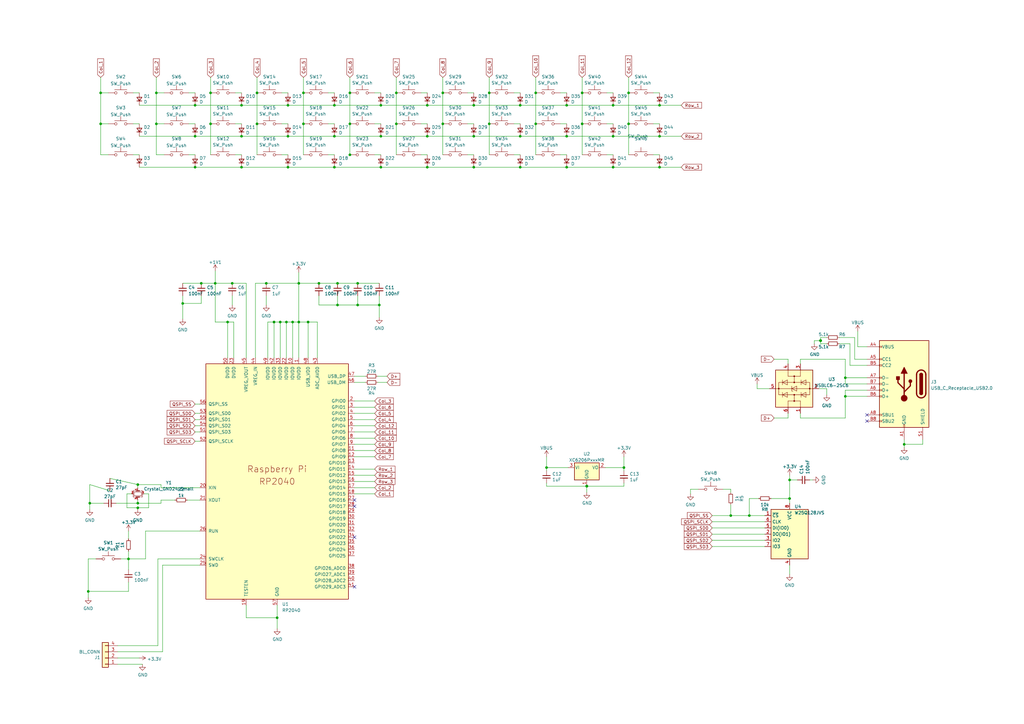
<source format=kicad_sch>
(kicad_sch (version 20230121) (generator eeschema)
  (paper "A3")
  (junction (at 105.41 38.1))
  (junction (at 109.22 116.205))
  (junction (at 346.71 154.94))
  (junction (at 86.36 38.1))
  (junction (at 86.36 50.8))
  (junction (at 155.575 125.095))
  (junction (at 200.66 38.1))
  (junction (at 219.71 50.8))
  (junction (at 323.85 204.47))
  (junction (at 80.01 68.58))
  (junction (at 194.31 68.58))
  (junction (at 99.06 55.88))
  (junction (at 113.665 253.365))
  (junction (at 93.345 132.08))
  (junction (at 112.395 132.08))
  (junction (at 137.16 43.18))
  (junction (at 117.475 132.08))
  (junction (at 162.56 38.1))
  (junction (at 80.01 43.18))
  (junction (at 118.11 43.18))
  (junction (at 251.46 43.18))
  (junction (at 162.56 50.8))
  (junction (at 232.41 68.58))
  (junction (at 194.31 43.18))
  (junction (at 213.36 68.58))
  (junction (at 175.26 68.58))
  (junction (at 181.61 38.1))
  (junction (at 114.935 132.08))
  (junction (at 224.155 191.77))
  (junction (at 213.36 43.18))
  (junction (at 118.11 55.88))
  (junction (at 138.43 116.205))
  (junction (at 194.31 55.88))
  (junction (at 146.685 116.205))
  (junction (at 122.555 116.205))
  (junction (at 143.51 50.8))
  (junction (at 270.51 55.88))
  (junction (at 137.16 55.88))
  (junction (at 240.665 199.39) (diameter 1.016))
  (junction (at 124.46 38.1))
  (junction (at 232.41 43.18))
  (junction (at 95.25 116.205))
  (junction (at 251.46 55.88))
  (junction (at 36.83 206.375))
  (junction (at 36.195 242.57))
  (junction (at 270.51 43.18))
  (junction (at 270.51 68.58))
  (junction (at 181.61 50.8))
  (junction (at 56.515 198.755))
  (junction (at 213.36 55.88))
  (junction (at 370.84 182.245))
  (junction (at 80.01 55.88))
  (junction (at 257.81 38.1))
  (junction (at 120.015 132.08))
  (junction (at 336.55 139.7) (diameter 1.016))
  (junction (at 41.275 38.1))
  (junction (at 105.41 50.8))
  (junction (at 56.515 208.28))
  (junction (at 219.71 38.1))
  (junction (at 126.365 132.08))
  (junction (at 346.71 162.56))
  (junction (at 74.93 124.46))
  (junction (at 41.275 50.8))
  (junction (at 175.26 55.88))
  (junction (at 82.55 116.205))
  (junction (at 232.41 55.88))
  (junction (at 255.905 191.77))
  (junction (at 56.515 206.375))
  (junction (at 257.81 50.8))
  (junction (at 238.76 38.1))
  (junction (at 130.81 116.205))
  (junction (at 251.46 68.58))
  (junction (at 200.66 50.8))
  (junction (at 299.72 211.455))
  (junction (at 88.265 116.205))
  (junction (at 64.135 50.8))
  (junction (at 156.21 68.58))
  (junction (at 238.76 50.8))
  (junction (at 122.555 132.08))
  (junction (at 118.11 68.58))
  (junction (at 64.135 38.1))
  (junction (at 138.43 125.095))
  (junction (at 143.51 63.5))
  (junction (at 156.21 55.88))
  (junction (at 99.06 68.58))
  (junction (at 307.34 211.455))
  (junction (at 175.26 43.18))
  (junction (at 52.705 229.235))
  (junction (at 323.85 196.85))
  (junction (at 156.21 43.18))
  (junction (at 99.06 43.18))
  (junction (at 146.685 125.095))
  (junction (at 143.51 38.1))
  (junction (at 137.16 68.58))
  (junction (at 124.46 50.8))
  (no_connect (at 145.415 240.665))
  (no_connect (at 145.415 207.645))
  (no_connect (at 145.415 220.345))
  (no_connect (at 145.415 205.105))
  (no_connect (at 355.6 170.18))
  (no_connect (at 355.6 172.72))
  (wire (pts (xy 200.66 38.1) (xy 200.66 50.8)))
  (wire (pts (xy 130.81 116.205) (xy 138.43 116.205)))
  (wire (pts (xy 194.31 68.58) (xy 213.36 68.58)))
  (wire (pts (xy 355.6 149.86) (xy 348.615 149.86)))
  (wire (pts (xy 323.85 194.945) (xy 323.85 196.85)))
  (wire (pts (xy 283.21 200.66) (xy 286.385 200.66)))
  (wire (pts (xy 146.685 116.205) (xy 155.575 116.205)))
  (wire (pts (xy 56.515 208.28) (xy 60.96 208.28)))
  (wire (pts (xy 95.885 146.685) (xy 95.885 132.08)))
  (wire (pts (xy 143.51 50.8) (xy 143.51 63.5)))
  (wire (pts (xy 194.31 43.18) (xy 213.36 43.18)))
  (wire (pts (xy 36.195 245.11) (xy 36.195 242.57)))
  (wire (pts (xy 210.82 38.1) (xy 213.36 38.1)))
  (wire (pts (xy 76.835 205.105) (xy 81.915 205.105)))
  (wire (pts (xy 81.915 231.775) (xy 66.675 231.775)))
  (wire (pts (xy 200.66 50.8) (xy 200.66 63.5)))
  (wire (pts (xy 48.26 272.415) (xy 58.42 272.415)))
  (wire (pts (xy 238.76 31.75) (xy 238.76 38.1)))
  (wire (pts (xy 138.43 125.095) (xy 146.685 125.095)))
  (wire (pts (xy 60.96 202.565) (xy 59.055 202.565)))
  (wire (pts (xy 283.21 202.565) (xy 283.21 200.66)))
  (wire (pts (xy 88.265 132.08) (xy 93.345 132.08)))
  (wire (pts (xy 175.26 68.58) (xy 194.31 68.58)))
  (wire (pts (xy 82.55 124.46) (xy 74.93 124.46)))
  (wire (pts (xy 122.555 132.08) (xy 126.365 132.08)))
  (wire (pts (xy 229.87 38.1) (xy 232.41 38.1)))
  (wire (pts (xy 299.72 211.455) (xy 307.34 211.455)))
  (wire (pts (xy 109.22 116.205) (xy 122.555 116.205)))
  (wire (pts (xy 232.41 55.88) (xy 251.46 55.88)))
  (wire (pts (xy 248.92 63.5) (xy 251.46 63.5)))
  (wire (pts (xy 181.61 31.75) (xy 181.61 38.1)))
  (wire (pts (xy 153.67 174.625) (xy 145.415 174.625)))
  (wire (pts (xy 346.71 162.56) (xy 346.71 171.45)))
  (wire (pts (xy 181.61 50.8) (xy 181.61 63.5)))
  (wire (pts (xy 313.69 216.535) (xy 292.1 216.535)))
  (wire (pts (xy 48.26 267.335) (xy 66.675 267.335)))
  (wire (pts (xy 115.57 38.1) (xy 118.11 38.1)))
  (wire (pts (xy 120.015 132.08) (xy 120.015 146.685)))
  (wire (pts (xy 104.775 116.205) (xy 109.22 116.205)))
  (wire (pts (xy 267.97 38.1) (xy 270.51 38.1)))
  (wire (pts (xy 88.265 116.205) (xy 95.25 116.205)))
  (wire (pts (xy 112.395 132.08) (xy 112.395 146.685)))
  (wire (pts (xy 270.51 68.58) (xy 279.4 68.58)))
  (wire (pts (xy 172.72 63.5) (xy 175.26 63.5)))
  (wire (pts (xy 88.265 111.125) (xy 88.265 116.205)))
  (wire (pts (xy 122.555 116.205) (xy 130.81 116.205)))
  (wire (pts (xy 323.215 169.545) (xy 323.215 171.45)))
  (wire (pts (xy 64.77 229.235) (xy 81.915 229.235)))
  (wire (pts (xy 56.515 206.375) (xy 66.04 206.375)))
  (wire (pts (xy 213.36 43.18) (xy 232.41 43.18)))
  (wire (pts (xy 120.015 132.08) (xy 122.555 132.08)))
  (wire (pts (xy 153.67 50.8) (xy 156.21 50.8)))
  (wire (pts (xy 112.395 132.08) (xy 114.935 132.08)))
  (wire (pts (xy 80.01 68.58) (xy 99.06 68.58)))
  (wire (pts (xy 378.46 180.34) (xy 378.46 182.245)))
  (wire (pts (xy 153.67 177.165) (xy 145.415 177.165)))
  (wire (pts (xy 355.6 154.94) (xy 346.71 154.94)))
  (wire (pts (xy 191.77 38.1) (xy 194.31 38.1)))
  (wire (pts (xy 113.665 257.81) (xy 113.665 253.365)))
  (wire (pts (xy 153.67 167.005) (xy 145.415 167.005)))
  (wire (pts (xy 232.41 43.18) (xy 251.46 43.18)))
  (wire (pts (xy 255.905 187.325) (xy 255.905 191.77)))
  (wire (pts (xy 126.365 132.08) (xy 130.175 132.08)))
  (wire (pts (xy 348.615 149.86) (xy 348.615 140.97)))
  (wire (pts (xy 49.53 229.235) (xy 52.705 229.235)))
  (wire (pts (xy 52.705 238.76) (xy 52.705 242.57)))
  (wire (pts (xy 80.01 55.88) (xy 99.06 55.88)))
  (wire (pts (xy 57.15 55.88) (xy 80.01 55.88)))
  (wire (pts (xy 109.855 146.685) (xy 109.855 132.08)))
  (wire (pts (xy 137.16 55.88) (xy 156.21 55.88)))
  (wire (pts (xy 52.07 208.28) (xy 56.515 208.28)))
  (wire (pts (xy 60.96 208.28) (xy 60.96 202.565)))
  (wire (pts (xy 114.935 132.08) (xy 114.935 146.685)))
  (wire (pts (xy 80.01 169.545) (xy 81.915 169.545)))
  (wire (pts (xy 346.71 160.02) (xy 355.6 160.02)))
  (wire (pts (xy 175.26 55.88) (xy 194.31 55.88)))
  (wire (pts (xy 355.6 142.24) (xy 351.79 142.24)))
  (wire (pts (xy 113.665 253.365) (xy 113.665 248.285)))
  (wire (pts (xy 172.72 38.1) (xy 175.26 38.1)))
  (wire (pts (xy 36.83 206.375) (xy 36.83 208.915)))
  (wire (pts (xy 100.965 248.285) (xy 100.965 253.365)))
  (wire (pts (xy 323.215 149.225) (xy 323.215 147.32)))
  (wire (pts (xy 126.365 132.08) (xy 126.365 146.685)))
  (wire (pts (xy 117.475 132.08) (xy 120.015 132.08)))
  (wire (pts (xy 100.965 253.365) (xy 113.665 253.365)))
  (wire (pts (xy 219.71 38.1) (xy 219.71 50.8)))
  (wire (pts (xy 115.57 63.5) (xy 118.11 63.5)))
  (wire (pts (xy 155.575 125.095) (xy 155.575 130.175)))
  (wire (pts (xy 96.52 38.1) (xy 99.06 38.1)))
  (wire (pts (xy 86.36 50.8) (xy 86.36 63.5)))
  (wire (pts (xy 153.67 164.465) (xy 145.415 164.465)))
  (wire (pts (xy 74.93 121.285) (xy 74.93 124.46)))
  (wire (pts (xy 99.06 68.58) (xy 118.11 68.58)))
  (wire (pts (xy 64.135 31.75) (xy 64.135 38.1)))
  (wire (pts (xy 292.1 211.455) (xy 299.72 211.455)))
  (wire (pts (xy 355.6 162.56) (xy 346.71 162.56)))
  (wire (pts (xy 335.915 159.385) (xy 339.09 159.385)))
  (wire (pts (xy 93.345 146.685) (xy 93.345 132.08)))
  (wire (pts (xy 162.56 31.75) (xy 162.56 38.1)))
  (wire (pts (xy 153.67 202.565) (xy 145.415 202.565)))
  (wire (pts (xy 130.175 132.08) (xy 130.175 146.685)))
  (wire (pts (xy 95.25 116.205) (xy 100.965 116.205)))
  (wire (pts (xy 153.67 187.325) (xy 145.415 187.325)))
  (wire (pts (xy 77.47 38.1) (xy 80.01 38.1)))
  (wire (pts (xy 378.46 182.245) (xy 370.84 182.245)))
  (wire (pts (xy 350.52 147.32) (xy 355.6 147.32)))
  (wire (pts (xy 105.41 38.1) (xy 105.41 50.8)))
  (wire (pts (xy 162.56 50.8) (xy 162.56 63.5)))
  (wire (pts (xy 153.67 182.245) (xy 145.415 182.245)))
  (wire (pts (xy 313.69 219.075) (xy 292.1 219.075)))
  (wire (pts (xy 307.34 204.47) (xy 311.15 204.47)))
  (wire (pts (xy 86.36 38.1) (xy 86.36 50.8)))
  (wire (pts (xy 149.86 156.845) (xy 145.415 156.845)))
  (wire (pts (xy 52.705 226.06) (xy 52.705 229.235)))
  (wire (pts (xy 130.81 125.095) (xy 130.81 121.285)))
  (wire (pts (xy 96.52 63.5) (xy 99.06 63.5)))
  (wire (pts (xy 158.75 154.305) (xy 154.94 154.305)))
  (wire (pts (xy 313.69 221.615) (xy 292.1 221.615)))
  (wire (pts (xy 54.61 38.1) (xy 57.15 38.1)))
  (wire (pts (xy 74.93 116.205) (xy 82.55 116.205)))
  (wire (pts (xy 118.11 43.18) (xy 137.16 43.18)))
  (wire (pts (xy 80.01 43.18) (xy 99.06 43.18)))
  (wire (pts (xy 48.26 264.795) (xy 64.77 264.795)))
  (wire (pts (xy 248.285 191.77) (xy 255.905 191.77)))
  (wire (pts (xy 229.87 50.8) (xy 232.41 50.8)))
  (wire (pts (xy 82.55 116.205) (xy 88.265 116.205)))
  (wire (pts (xy 153.67 197.485) (xy 145.415 197.485)))
  (wire (pts (xy 53.975 202.565) (xy 52.07 202.565)))
  (wire (pts (xy 137.16 68.58) (xy 156.21 68.58)))
  (wire (pts (xy 232.41 68.58) (xy 251.46 68.58)))
  (wire (pts (xy 313.69 224.155) (xy 292.1 224.155)))
  (wire (pts (xy 64.135 50.8) (xy 67.31 50.8)))
  (wire (pts (xy 124.46 50.8) (xy 124.46 63.5)))
  (wire (pts (xy 213.36 55.88) (xy 232.41 55.88)))
  (wire (pts (xy 328.295 147.32) (xy 328.295 149.225)))
  (wire (pts (xy 99.06 43.18) (xy 118.11 43.18)))
  (wire (pts (xy 36.83 198.755) (xy 36.83 206.375)))
  (wire (pts (xy 238.76 50.8) (xy 238.76 63.5)))
  (wire (pts (xy 153.67 38.1) (xy 156.21 38.1)))
  (wire (pts (xy 134.62 50.8) (xy 137.16 50.8)))
  (wire (pts (xy 328.295 171.45) (xy 328.295 169.545)))
  (wire (pts (xy 115.57 50.8) (xy 118.11 50.8)))
  (wire (pts (xy 64.135 38.1) (xy 64.135 50.8)))
  (wire (pts (xy 134.62 38.1) (xy 137.16 38.1)))
  (wire (pts (xy 122.555 132.08) (xy 122.555 146.685)))
  (wire (pts (xy 213.36 68.58) (xy 232.41 68.58)))
  (wire (pts (xy 292.1 213.995) (xy 313.69 213.995)))
  (wire (pts (xy 138.43 116.205) (xy 146.685 116.205)))
  (wire (pts (xy 224.155 191.77) (xy 233.045 191.77)))
  (wire (pts (xy 270.51 43.18) (xy 279.4 43.18)))
  (wire (pts (xy 95.25 121.285) (xy 95.25 125.095)))
  (wire (pts (xy 143.51 31.75) (xy 143.51 38.1)))
  (wire (pts (xy 146.685 125.095) (xy 155.575 125.095)))
  (wire (pts (xy 36.195 229.235) (xy 39.37 229.235)))
  (wire (pts (xy 257.81 50.8) (xy 257.81 63.5)))
  (wire (pts (xy 307.34 211.455) (xy 313.69 211.455)))
  (wire (pts (xy 109.855 132.08) (xy 112.395 132.08)))
  (wire (pts (xy 145.415 184.785) (xy 153.67 184.785)))
  (wire (pts (xy 137.16 43.18) (xy 156.21 43.18)))
  (wire (pts (xy 350.52 138.43) (xy 350.52 147.32)))
  (wire (pts (xy 109.22 121.285) (xy 109.22 125.095)))
  (wire (pts (xy 36.195 242.57) (xy 52.705 242.57)))
  (wire (pts (xy 41.275 63.5) (xy 44.45 63.5)))
  (wire (pts (xy 336.55 139.7) (xy 334.01 139.7)))
  (wire (pts (xy 355.6 157.48) (xy 346.71 157.48)))
  (wire (pts (xy 80.01 172.085) (xy 81.915 172.085)))
  (wire (pts (xy 156.21 43.18) (xy 175.26 43.18)))
  (wire (pts (xy 105.41 31.75) (xy 105.41 38.1)))
  (wire (pts (xy 307.34 204.47) (xy 307.34 211.455)))
  (wire (pts (xy 299.72 207.01) (xy 299.72 211.455)))
  (wire (pts (xy 255.905 193.04) (xy 255.905 191.77)))
  (wire (pts (xy 351.79 135.89) (xy 351.79 142.24)))
  (wire (pts (xy 255.905 199.39) (xy 240.665 199.39)))
  (wire (pts (xy 77.47 50.8) (xy 80.01 50.8)))
  (wire (pts (xy 255.905 198.12) (xy 255.905 199.39)))
  (wire (pts (xy 153.67 192.405) (xy 145.415 192.405)))
  (wire (pts (xy 54.61 50.8) (xy 57.15 50.8)))
  (wire (pts (xy 229.87 63.5) (xy 232.41 63.5)))
  (wire (pts (xy 323.85 235.585) (xy 323.85 231.775)))
  (wire (pts (xy 80.01 177.165) (xy 81.915 177.165)))
  (wire (pts (xy 162.56 38.1) (xy 162.56 50.8)))
  (wire (pts (xy 47.625 206.375) (xy 56.515 206.375)))
  (wire (pts (xy 175.26 43.18) (xy 194.31 43.18)))
  (wire (pts (xy 48.26 269.875) (xy 57.15 269.875)))
  (wire (pts (xy 80.01 180.975) (xy 81.915 180.975)))
  (wire (pts (xy 346.71 162.56) (xy 346.71 160.02)))
  (wire (pts (xy 153.67 63.5) (xy 156.21 63.5)))
  (wire (pts (xy 153.67 194.945) (xy 145.415 194.945)))
  (wire (pts (xy 346.71 147.32) (xy 328.295 147.32)))
  (wire (pts (xy 346.71 157.48) (xy 346.71 154.94)))
  (wire (pts (xy 251.46 43.18) (xy 270.51 43.18)))
  (wire (pts (xy 346.71 154.94) (xy 346.71 147.32)))
  (wire (pts (xy 143.51 38.1) (xy 143.51 50.8)))
  (wire (pts (xy 224.155 187.325) (xy 224.155 191.77)))
  (wire (pts (xy 339.09 159.385) (xy 339.09 161.925)))
  (wire (pts (xy 240.665 201.93) (xy 240.665 199.39)))
  (wire (pts (xy 41.275 38.1) (xy 41.275 50.8)))
  (wire (pts (xy 59.69 229.235) (xy 52.705 229.235)))
  (wire (pts (xy 333.375 196.85) (xy 332.105 196.85)))
  (wire (pts (xy 66.675 231.775) (xy 66.675 267.335)))
  (wire (pts (xy 100.965 116.205) (xy 100.965 146.685)))
  (wire (pts (xy 96.52 50.8) (xy 99.06 50.8)))
  (wire (pts (xy 149.86 154.305) (xy 145.415 154.305)))
  (wire (pts (xy 130.81 125.095) (xy 138.43 125.095)))
  (wire (pts (xy 45.085 201.295) (xy 36.83 198.755)))
  (wire (pts (xy 336.55 138.43) (xy 336.55 139.7)))
  (wire (pts (xy 270.51 55.88) (xy 279.4 55.88)))
  (wire (pts (xy 191.77 50.8) (xy 194.31 50.8)))
  (wire (pts (xy 238.76 38.1) (xy 238.76 50.8)))
  (wire (pts (xy 210.82 50.8) (xy 213.36 50.8)))
  (wire (pts (xy 143.51 63.5) (xy 144.145 63.5)))
  (wire (pts (xy 323.85 204.47) (xy 323.85 206.375)))
  (wire (pts (xy 66.04 200.025) (xy 81.915 200.025)))
  (wire (pts (xy 118.11 68.58) (xy 137.16 68.58)))
  (wire (pts (xy 156.21 68.58) (xy 175.26 68.58)))
  (wire (pts (xy 41.275 31.75) (xy 41.275 38.1)))
  (wire (pts (xy 56.515 198.755) (xy 56.515 200.025)))
  (wire (pts (xy 64.135 63.5) (xy 67.31 63.5)))
  (wire (pts (xy 323.85 196.85) (xy 327.025 196.85)))
  (wire (pts (xy 181.61 38.1) (xy 181.61 50.8)))
  (wire (pts (xy 153.67 179.705) (xy 145.415 179.705)))
  (wire (pts (xy 155.575 125.095) (xy 155.575 121.285)))
  (wire (pts (xy 59.69 217.805) (xy 59.69 229.235)))
  (wire (pts (xy 80.01 165.735) (xy 81.915 165.735)))
  (wire (pts (xy 348.615 140.97) (xy 344.17 140.97)))
  (wire (pts (xy 64.77 264.795) (xy 64.77 229.235)))
  (wire (pts (xy 248.92 50.8) (xy 251.46 50.8)))
  (wire (pts (xy 224.155 198.12) (xy 224.155 199.39)))
  (wire (pts (xy 156.21 55.88) (xy 175.26 55.88)))
  (wire (pts (xy 210.82 63.5) (xy 213.36 63.5)))
  (wire (pts (xy 66.04 205.105) (xy 66.04 206.375)))
  (wire (pts (xy 57.15 68.58) (xy 80.01 68.58)))
  (wire (pts (xy 153.67 172.085) (xy 145.415 172.085)))
  (wire (pts (xy 257.81 31.75) (xy 257.81 38.1)))
  (wire (pts (xy 138.43 125.095) (xy 138.43 121.285)))
  (wire (pts (xy 315.595 159.385) (xy 310.515 159.385)))
  (wire (pts (xy 317.5 171.45) (xy 323.215 171.45)))
  (wire (pts (xy 134.62 63.5) (xy 137.16 63.5)))
  (wire (pts (xy 267.97 50.8) (xy 270.51 50.8)))
  (wire (pts (xy 52.705 217.805) (xy 52.705 220.98)))
  (wire (pts (xy 153.67 169.545) (xy 145.415 169.545)))
  (wire (pts (xy 104.775 116.205) (xy 104.775 146.685)))
  (wire (pts (xy 219.71 50.8) (xy 219.71 63.5)))
  (wire (pts (xy 77.47 63.5) (xy 80.01 63.5)))
  (wire (pts (xy 316.23 204.47) (xy 323.85 204.47)))
  (wire (pts (xy 56.515 205.105) (xy 56.515 206.375)))
  (wire (pts (xy 251.46 68.58) (xy 270.51 68.58)))
  (wire (pts (xy 346.71 171.45) (xy 328.295 171.45)))
  (wire (pts (xy 200.66 31.75) (xy 200.66 38.1)))
  (wire (pts (xy 257.81 38.1) (xy 257.81 50.8)))
  (wire (pts (xy 122.555 116.205) (xy 122.555 111.76)))
  (wire (pts (xy 57.15 43.18) (xy 80.01 43.18)))
  (wire (pts (xy 56.515 208.28) (xy 56.515 208.915)))
  (wire (pts (xy 370.84 183.515) (xy 370.84 182.245)))
  (wire (pts (xy 54.61 63.5) (xy 57.15 63.5)))
  (wire (pts (xy 41.275 50.8) (xy 44.45 50.8)))
  (wire (pts (xy 118.11 55.88) (xy 137.16 55.88)))
  (wire (pts (xy 317.5 147.32) (xy 323.215 147.32)))
  (wire (pts (xy 41.275 38.1) (xy 44.45 38.1)))
  (wire (pts (xy 153.67 200.025) (xy 145.415 200.025)))
  (wire (pts (xy 310.515 159.385) (xy 310.515 157.48)))
  (wire (pts (xy 99.06 55.88) (xy 118.11 55.88)))
  (wire (pts (xy 248.92 38.1) (xy 251.46 38.1)))
  (wire (pts (xy 74.93 124.46) (xy 74.93 130.81)))
  (wire (pts (xy 336.55 139.7) (xy 336.55 140.97)))
  (wire (pts (xy 105.41 50.8) (xy 105.41 63.5)))
  (wire (pts (xy 64.135 50.8) (xy 64.135 63.5)))
  (wire (pts (xy 36.195 242.57) (xy 36.195 229.235)))
  (wire (pts (xy 56.515 198.755) (xy 66.04 198.755)))
  (wire (pts (xy 344.17 138.43) (xy 350.52 138.43)))
  (wire (pts (xy 251.46 55.88) (xy 270.51 55.88)))
  (wire (pts (xy 334.01 139.7) (xy 334.01 140.97)))
  (wire (pts (xy 172.72 50.8) (xy 175.26 50.8)))
  (wire (pts (xy 93.345 132.08) (xy 95.885 132.08)))
  (wire (pts (xy 86.36 31.75) (xy 86.36 38.1)))
  (wire (pts (xy 191.77 63.5) (xy 194.31 63.5)))
  (wire (pts (xy 296.545 200.66) (xy 299.72 200.66)))
  (wire (pts (xy 124.46 38.1) (xy 124.46 50.8)))
  (wire (pts (xy 323.85 196.85) (xy 323.85 204.47)))
  (wire (pts (xy 82.55 121.285) (xy 82.55 124.46)))
  (wire (pts (xy 219.71 31.75) (xy 219.71 38.1)))
  (wire (pts (xy 339.09 138.43) (xy 336.55 138.43)))
  (wire (pts (xy 41.275 50.8) (xy 41.275 63.5)))
  (wire (pts (xy 36.83 206.375) (xy 42.545 206.375)))
  (wire (pts (xy 224.155 193.04) (xy 224.155 191.77)))
  (wire (pts (xy 52.705 229.235) (xy 52.705 233.68)))
  (wire (pts (xy 45.085 196.215) (xy 56.515 198.755)))
  (wire (pts (xy 80.01 174.625) (xy 81.915 174.625)))
  (wire (pts (xy 336.55 140.97) (xy 339.09 140.97)))
  (wire (pts (xy 299.72 201.93) (xy 299.72 200.66)))
  (wire (pts (xy 370.84 182.245) (xy 370.84 180.34)))
  (wire (pts (xy 88.265 116.205) (xy 88.265 132.08)))
  (wire (pts (xy 267.97 63.5) (xy 270.51 63.5)))
  (wire (pts (xy 124.46 31.75) (xy 124.46 38.1)))
  (wire (pts (xy 81.915 217.805) (xy 59.69 217.805)))
  (wire (pts (xy 194.31 55.88) (xy 213.36 55.88)))
  (wire (pts (xy 224.155 199.39) (xy 240.665 199.39)))
  (wire (pts (xy 52.07 202.565) (xy 52.07 208.28)))
  (wire (pts (xy 66.04 205.105) (xy 71.755 205.105)))
  (wire (pts (xy 117.475 132.08) (xy 117.475 146.685)))
  (wire (pts (xy 146.685 125.095) (xy 146.685 121.285)))
  (wire (pts (xy 158.75 156.845) (xy 154.94 156.845)))
  (wire (pts (xy 122.555 132.08) (xy 122.555 116.205)))
  (wire (pts (xy 64.135 38.1) (xy 67.31 38.1)))
  (wire (pts (xy 66.04 198.755) (xy 66.04 200.025)))
  (wire (pts (xy 114.935 132.08) (xy 117.475 132.08)))
  (global_label "Row_2" (shape input) (at 153.67 194.945 0) (property "Intersheetrefs" "${INTERSHEET_REFS}" (effects hide)))
  (global_label "Col_1" (shape input) (at 41.275 31.75 90) (property "Intersheetrefs" "${INTERSHEET_REFS}" (effects hide)))
  (global_label "QSPI_SD3" (shape input) (at 292.1 224.155 180) (property "Intersheetrefs" "${INTERSHEET_REFS}" (effects hide)))
  (global_label "Col_12" (shape input) (at 153.67 174.625 0) (property "Intersheetrefs" "${INTERSHEET_REFS}" (effects hide)))
  (global_label "D+" (shape input) (at 317.5 171.45 180) (property "Intersheetrefs" "${INTERSHEET_REFS}" (effects hide)))
  (global_label "Row_1" (shape input) (at 153.67 192.405 0) (property "Intersheetrefs" "${INTERSHEET_REFS}" (effects hide)))
  (global_label "Col_2" (shape input) (at 64.135 31.75 90) (property "Intersheetrefs" "${INTERSHEET_REFS}" (effects hide)))
  (global_label "Row_1" (shape input) (at 279.4 43.18 0) (property "Intersheetrefs" "${INTERSHEET_REFS}" (effects hide)))
  (global_label "QSPI_SD2" (shape input) (at 80.01 174.625 180) (property "Intersheetrefs" "${INTERSHEET_REFS}" (effects hide)))
  (global_label "Col_6" (shape input) (at 143.51 31.75 90) (property "Intersheetrefs" "${INTERSHEET_REFS}" (effects hide)))
  (global_label "Col_11" (shape input) (at 238.76 31.75 90) (property "Intersheetrefs" "${INTERSHEET_REFS}" (effects hide)))
  (global_label "Col_10" (shape input) (at 153.67 179.705 0) (property "Intersheetrefs" "${INTERSHEET_REFS}" (effects hide)))
  (global_label "Col_4" (shape input) (at 153.67 172.085 0) (property "Intersheetrefs" "${INTERSHEET_REFS}" (effects hide)))
  (global_label "Col_3" (shape input) (at 86.36 31.75 90) (property "Intersheetrefs" "${INTERSHEET_REFS}" (effects hide)))
  (global_label "QSPI_SCLK" (shape input) (at 80.01 180.975 180) (property "Intersheetrefs" "${INTERSHEET_REFS}" (effects hide)))
  (global_label "QSPI_SD0" (shape input) (at 292.1 216.535 180) (property "Intersheetrefs" "${INTERSHEET_REFS}" (effects hide)))
  (global_label "Col_7" (shape input) (at 153.67 187.325 0) (property "Intersheetrefs" "${INTERSHEET_REFS}" (effects hide)))
  (global_label "Col_5" (shape input) (at 124.46 31.75 90) (property "Intersheetrefs" "${INTERSHEET_REFS}" (effects hide)))
  (global_label "Row_3" (shape input) (at 153.67 197.485 0) (property "Intersheetrefs" "${INTERSHEET_REFS}" (effects hide)))
  (global_label "QSPI_SS" (shape input) (at 80.01 165.735 180) (property "Intersheetrefs" "${INTERSHEET_REFS}" (effects hide)))
  (global_label "D-" (shape input) (at 158.75 156.845 0) (property "Intersheetrefs" "${INTERSHEET_REFS}" (effects hide)))
  (global_label "Row_3" (shape input) (at 279.4 68.58 0) (property "Intersheetrefs" "${INTERSHEET_REFS}" (effects hide)))
  (global_label "D+" (shape input) (at 158.75 154.305 0) (property "Intersheetrefs" "${INTERSHEET_REFS}" (effects hide)))
  (global_label "Col_3" (shape input) (at 153.67 164.465 0) (property "Intersheetrefs" "${INTERSHEET_REFS}" (effects hide)))
  (global_label "Col_8" (shape input) (at 181.61 31.75 90) (property "Intersheetrefs" "${INTERSHEET_REFS}" (effects hide)))
  (global_label "Col_5" (shape input) (at 153.67 169.545 0) (property "Intersheetrefs" "${INTERSHEET_REFS}" (effects hide)))
  (global_label "QSPI_SS" (shape input) (at 292.1 211.455 180) (property "Intersheetrefs" "${INTERSHEET_REFS}" (effects hide)))
  (global_label "QSPI_SD1" (shape input) (at 80.01 172.085 180) (property "Intersheetrefs" "${INTERSHEET_REFS}" (effects hide)))
  (global_label "Col_10" (shape input) (at 219.71 31.75 90) (property "Intersheetrefs" "${INTERSHEET_REFS}" (effects hide)))
  (global_label "QSPI_SCLK" (shape input) (at 292.1 213.995 180) (property "Intersheetrefs" "${INTERSHEET_REFS}" (effects hide)))
  (global_label "Col_4" (shape input) (at 105.41 31.75 90) (property "Intersheetrefs" "${INTERSHEET_REFS}" (effects hide)))
  (global_label "Row_2" (shape input) (at 279.4 55.88 0) (property "Intersheetrefs" "${INTERSHEET_REFS}" (effects hide)))
  (global_label "Col_9" (shape input) (at 200.66 31.75 90) (property "Intersheetrefs" "${INTERSHEET_REFS}" (effects hide)))
  (global_label "Col_12" (shape input) (at 257.81 31.75 90) (property "Intersheetrefs" "${INTERSHEET_REFS}" (effects hide)))
  (global_label "Col_1" (shape input) (at 153.67 202.565 0) (property "Intersheetrefs" "${INTERSHEET_REFS}" (effects hide)))
  (global_label "QSPI_SD2" (shape input) (at 292.1 221.615 180) (property "Intersheetrefs" "${INTERSHEET_REFS}" (effects hide)))
  (global_label "Col_8" (shape input) (at 153.67 184.785 0) (property "Intersheetrefs" "${INTERSHEET_REFS}" (effects hide)))
  (global_label "QSPI_SD1" (shape input) (at 292.1 219.075 180) (property "Intersheetrefs" "${INTERSHEET_REFS}" (effects hide)))
  (global_label "Col_2" (shape input) (at 153.67 200.025 0) (property "Intersheetrefs" "${INTERSHEET_REFS}" (effects hide)))
  (global_label "D-" (shape input) (at 317.5 147.32 180) (property "Intersheetrefs" "${INTERSHEET_REFS}" (effects hide)))
  (global_label "Col_7" (shape input) (at 162.56 31.75 90) (property "Intersheetrefs" "${INTERSHEET_REFS}" (effects hide)))
  (global_label "QSPI_SD3" (shape input) (at 80.01 177.165 180) (property "Intersheetrefs" "${INTERSHEET_REFS}" (effects hide)))
  (global_label "QSPI_SD0" (shape input) (at 80.01 169.545 180) (property "Intersheetrefs" "${INTERSHEET_REFS}" (effects hide)))
  (global_label "Col_9" (shape input) (at 153.67 182.245 0) (property "Intersheetrefs" "${INTERSHEET_REFS}" (effects hide)))
  (global_label "Col_11" (shape input) (at 153.67 177.165 0) (property "Intersheetrefs" "${INTERSHEET_REFS}" (effects hide)))
  (global_label "Col_6" (shape input) (at 153.67 167.005 0) (property "Intersheetrefs" "${INTERSHEET_REFS}" (effects hide)))
  (symbol (lib_id "power:VBUS") (at 351.79 135.89 0) (unit 1)
    (property "Reference" "#PWR021" (effects hide))
    (property "Value" "VBUS" (at 351.79 132.3142 0))
  )
  (symbol (lib_id "Switch:SW_Push") (at 72.39 38.1 0) (unit 1)
    (property "Reference" "SW6" (at 72.39 31.4792 0))
    (property "Value" "SW_Push" (at 72.39 34.29 0))
    (property "Footprint" "weteor:CherryMX_Hotswap" (effects hide))
  )
  (symbol (lib_id "power:GND") (at 109.22 125.095 0) (unit 1)
    (property "Reference" "#PWR010" (effects hide))
    (property "Value" "GND" (at 109.22 129.5384 0))
  )
  (symbol (lib_id "Switch:SW_Push") (at 224.79 38.1 0) (unit 1)
    (property "Reference" "SW36" (at 224.79 31.4792 0))
    (property "Value" "SW_Push" (at 224.79 34.0161 0))
    (property "Footprint" "weteor:CherryMX_Hotswap" (effects hide))
  )
  (symbol (lib_id "Switch:SW_Push") (at 291.465 200.66 0) (unit 1)
    (property "Reference" "SW48" (at 291.465 194.0392 0))
    (property "Value" "SW_Push" (at 291.465 196.5761 0))
    (property "Footprint" "weteor:Micro_Push_Button_3x6x2.5mm" (effects hide))
  )
  (symbol (lib_id "power:+3.3V") (at 52.705 217.805 0) (unit 1)
    (property "Reference" "#PWR03" (effects hide))
    (property "Value" "+3.3V" (at 52.705 214.2292 0))
  )
  (symbol (lib_id "Switch:SW_Push") (at 224.79 63.5 0) (unit 1)
    (property "Reference" "SW38" (at 224.79 56.8792 0))
    (property "Value" "SW_Push" (at 224.79 59.4161 0))
    (property "Footprint" "weteor:CherryMX_Hotswap" (effects hide))
  )
  (symbol (lib_id "Device:D_Small") (at 232.41 53.34 90) (unit 1)
    (property "Reference" "D36" (at 234.188 52.1716 90) (effects (justify right)))
    (property "Value" "D" (at 234.188 54.483 90) (effects (justify right)))
    (property "Footprint" "weteor:D_SOD-123" (effects hide))
    (property "Sim.Device" "D" (effects hide))
    (property "Sim.Pins" "1=K 2=A" (effects hide))
  )
  (symbol (lib_id "Connector:USB_C_Receptacle_USB2.0") (at 370.84 157.48 0) (mirror y) (unit 1)
    (property "Reference" "J3" (at 381.762 156.6453 0) (effects (justify right)))
    (property "Value" "USB_C_Receptacle_USB2.0" (at 381.762 159.1822 0) (effects (justify right)))
    (property "Footprint" "weteor:USB-C-12-Pin-MidMount" (effects hide))
    (property "Datasheet" "https://www.usb.org/sites/default/files/documents/usb_type-c.zip" (effects hide))
  )
  (symbol (lib_id "Switch:SW_Push") (at 167.64 38.1 0) (unit 1)
    (property "Reference" "SW25" (at 167.64 31.4792 0))
    (property "Value" "SW_Push" (at 167.64 34.0161 0))
    (property "Footprint" "weteor:CherryMX_Hotswap" (effects hide))
  )
  (symbol (lib_id "Switch:SW_Push") (at 91.44 63.5 0) (unit 1)
    (property "Reference" "SW12" (at 91.44 56.8792 0))
    (property "Value" "SW_Push" (at 91.44 59.4161 0))
    (property "Footprint" "weteor:CherryMX_Hotswap" (effects hide))
  )
  (symbol (lib_id "Device:D_Small") (at 118.11 53.34 90) (unit 1)
    (property "Reference" "D14" (at 119.888 52.1716 90) (effects (justify right)))
    (property "Value" "D" (at 119.888 54.483 90) (effects (justify right)))
    (property "Footprint" "weteor:D_SOD-123" (effects hide))
    (property "Sim.Device" "D" (effects hide))
    (property "Sim.Pins" "1=K 2=A" (effects hide))
  )
  (symbol (lib_id "power:+3.3V") (at 57.15 269.875 270) (unit 1)
    (property "Reference" "#PWR05" (effects hide))
    (property "Value" "+3.3V" (at 60.325 270.3088 90) (effects (justify left)))
  )
  (symbol (lib_id "power:GND") (at 339.09 161.925 0) (unit 1)
    (property "Reference" "#PWR020" (effects hide))
    (property "Value" "GND" (at 339.09 166.3684 0))
  )
  (symbol (lib_id "Device:C_Small") (at 109.22 118.745 0) (unit 1)
    (property "Reference" "C7" (at 111.5441 117.9166 0) (effects (justify left)))
    (property "Value" "1uF" (at 111.5441 120.4535 0) (effects (justify left)))
    (property "Footprint" "weteor:C_0402_HandSolder" (effects hide))
  )
  (symbol (lib_id "Switch:SW_Push") (at 91.44 50.8 0) (unit 1)
    (property "Reference" "SW11" (at 91.44 44.1792 0))
    (property "Value" "SW_Push" (at 91.44 46.7161 0))
    (property "Footprint" "weteor:CherryMX_Hotswap" (effects hide))
  )
  (symbol (lib_id "Device:D_Small") (at 194.31 40.64 90) (unit 1)
    (property "Reference" "D28" (at 196.088 39.4716 90) (effects (justify right)))
    (property "Value" "D" (at 196.088 41.783 90) (effects (justify right)))
    (property "Footprint" "weteor:D_SOD-123" (effects hide))
    (property "Sim.Device" "D" (effects hide))
    (property "Sim.Pins" "1=K 2=A" (effects hide))
  )
  (symbol (lib_id "power:GND") (at 240.665 201.93 0) (unit 1)
    (property "Reference" "#PWR015" (effects hide))
    (property "Value" "GND" (at 240.792 206.3242 0))
  )
  (symbol (lib_id "Memory_Flash:W25Q128JVS") (at 323.85 219.075 0) (unit 1)
    (property "Reference" "U4" (at 325.8694 207.7552 0) (effects (justify left)))
    (property "Value" "W25Q128JVS" (at 325.8694 210.2921 0) (effects (justify left)))
    (property "Footprint" "Package_SO:SOIC-8_5.23x5.23mm_P1.27mm" (effects hide))
    (property "Datasheet" "http://www.winbond.com/resource-files/w25q128jv_dtr%20revc%2003272018%20plus.pdf" (effects hide))
  )
  (symbol (lib_id "power:+3.3V") (at 122.555 111.76 0) (unit 1)
    (property "Reference" "#PWR012" (effects hide))
    (property "Value" "+3.3V" (at 122.555 108.1842 0))
  )
  (symbol (lib_id "MCU_RaspberryPi_RP2040:RP2040") (at 113.665 197.485 0) (unit 1)
    (property "Reference" "U1" (at 115.6844 247.7754 0) (effects (justify left)))
    (property "Value" "RP2040" (at 115.6844 250.3123 0) (effects (justify left)))
    (property "Footprint" "RP2040_minimal:RP2040-QFN-56" (effects hide))
  )
  (symbol (lib_id "Switch:SW_Push") (at 148.59 50.8 0) (unit 1)
    (property "Reference" "SW22" (at 148.59 44.1792 0))
    (property "Value" "SW_Push" (at 148.59 46.7161 0))
    (property "Footprint" "weteor:CherryMX_Hotswap" (effects hide))
  )
  (symbol (lib_id "power:GND") (at 36.83 208.915 0) (unit 1)
    (property "Reference" "#PWR02" (effects hide))
    (property "Value" "GND" (at 36.83 213.3584 0))
  )
  (symbol (lib_id "power:GND") (at 36.195 245.11 0) (unit 1)
    (property "Reference" "#PWR01" (effects hide))
    (property "Value" "GND" (at 36.195 249.5534 0))
  )
  (symbol (lib_id "Device:D_Small") (at 137.16 53.34 90) (unit 1)
    (property "Reference" "D17" (at 138.938 52.1716 90) (effects (justify right)))
    (property "Value" "D" (at 138.938 54.483 90) (effects (justify right)))
    (property "Footprint" "weteor:D_SOD-123" (effects hide))
    (property "Sim.Device" "D" (effects hide))
    (property "Sim.Pins" "1=K 2=A" (effects hide))
  )
  (symbol (lib_id "power:+1V1") (at 88.265 111.125 0) (unit 1)
    (property "Reference" "#PWR08" (effects hide))
    (property "Value" "+1V1" (at 88.265 107.5492 0))
  )
  (symbol (lib_id "Switch:SW_Push") (at 148.59 38.1 0) (unit 1)
    (property "Reference" "SW21" (at 148.59 31.4792 0))
    (property "Value" "SW_Push" (at 148.59 34.0161 0))
    (property "Footprint" "weteor:CherryMX_Hotswap" (effects hide))
  )
  (symbol (lib_id "Switch:SW_Push") (at 167.64 63.5 0) (unit 1)
    (property "Reference" "SW27" (at 167.64 56.8792 0))
    (property "Value" "SW_Push" (at 167.64 59.4161 0))
    (property "Footprint" "weteor:CherryMX_Hotswap" (effects hide))
  )
  (symbol (lib_id "power:GND") (at 95.25 125.095 0) (unit 1)
    (property "Reference" "#PWR09" (effects hide))
    (property "Value" "GND" (at 95.25 129.5384 0))
  )
  (symbol (lib_id "Device:D_Small") (at 156.21 53.34 90) (unit 1)
    (property "Reference" "D21" (at 157.988 52.1716 90) (effects (justify right)))
    (property "Value" "D" (at 157.988 54.483 90) (effects (justify right)))
    (property "Footprint" "weteor:D_SOD-123" (effects hide))
    (property "Sim.Device" "D" (effects hide))
    (property "Sim.Pins" "1=K 2=A" (effects hide))
  )
  (symbol (lib_id "Switch:SW_Push") (at 205.74 38.1 0) (unit 1)
    (property "Reference" "SW32" (at 205.74 31.4792 0))
    (property "Value" "SW_Push" (at 205.74 34.0161 0))
    (property "Footprint" "weteor:CherryMX_Hotswap" (effects hide))
  )
  (symbol (lib_id "Device:D_Small") (at 194.31 66.04 90) (unit 1)
    (property "Reference" "D30" (at 196.088 64.8716 90) (effects (justify right)))
    (property "Value" "D" (at 196.088 67.183 90) (effects (justify right)))
    (property "Footprint" "weteor:D_SOD-123" (effects hide))
    (property "Sim.Device" "D" (effects hide))
    (property "Sim.Pins" "1=K 2=A" (effects hide))
  )
  (symbol (lib_id "Switch:SW_Push") (at 262.89 63.5 0) (unit 1)
    (property "Reference" "SW46" (at 262.89 56.8792 0))
    (property "Value" "SW_Push" (at 261.62 55.88 0))
    (property "Footprint" "weteor:CherryMX_Hotswap" (effects hide))
  )
  (symbol (lib_id "Device:D_Small") (at 57.15 53.34 90) (unit 1)
    (property "Reference" "D2" (at 58.928 52.1716 90) (effects (justify right)))
    (property "Value" "D" (at 58.928 54.483 90) (effects (justify right)))
    (property "Footprint" "weteor:D_SOD-123" (effects hide))
    (property "Sim.Device" "D" (effects hide))
    (property "Sim.Pins" "1=K 2=A" (effects hide))
  )
  (symbol (lib_id "Switch:SW_Push") (at 49.53 63.5 0) (unit 1)
    (property "Reference" "SW4" (at 49.53 56.8792 0))
    (property "Value" "SW_Push" (at 49.53 59.69 0))
    (property "Footprint" "weteor:CherryMX_Hotswap" (effects hide))
  )
  (symbol (lib_id "Device:R_Small") (at 152.4 154.305 90) (unit 1)
    (property "Reference" "R3" (at 152.4 149.8686 90))
    (property "Value" "27R" (at 152.4 152.4055 90))
    (property "Footprint" "weteor:R_0402_HandSolder" (effects hide))
  )
  (symbol (lib_id "Switch:SW_Push") (at 110.49 38.1 0) (unit 1)
    (property "Reference" "SW14" (at 110.49 31.4792 0))
    (property "Value" "SW_Push" (at 110.49 34.0161 0))
    (property "Footprint" "weteor:CherryMX_Hotswap" (effects hide))
  )
  (symbol (lib_id "Device:C_Small") (at 52.705 236.22 0) (unit 1)
    (property "Reference" "C3" (at 55.0291 235.3916 0) (effects (justify left)))
    (property "Value" "100nF" (at 55.0291 237.9285 0) (effects (justify left)))
    (property "Footprint" "weteor:C_0402_HandSolder" (effects hide))
  )
  (symbol (lib_id "Switch:SW_Push") (at 129.54 38.1 0) (unit 1)
    (property "Reference" "SW17" (at 129.54 31.4792 0))
    (property "Value" "SW_Push" (at 129.54 34.0161 0))
    (property "Footprint" "weteor:CherryMX_Hotswap" (effects hide))
  )
  (symbol (lib_id "Device:D_Small") (at 99.06 66.04 90) (unit 1)
    (property "Reference" "D12" (at 100.838 64.8716 90) (effects (justify right)))
    (property "Value" "D" (at 100.838 67.183 90) (effects (justify right)))
    (property "Footprint" "weteor:D_SOD-123" (effects hide))
    (property "Sim.Device" "D" (effects hide))
    (property "Sim.Pins" "1=K 2=A" (effects hide))
  )
  (symbol (lib_id "Device:R_Small") (at 74.295 205.105 90) (unit 1)
    (property "Reference" "R2" (at 74.295 200.6686 90))
    (property "Value" "1k" (at 74.295 203.2055 90))
    (property "Footprint" "weteor:R_0402_HandSolder" (effects hide))
  )
  (symbol (lib_id "Device:C_Small") (at 45.085 198.755 180) (unit 1)
    (property "Reference" "C1" (at 47.4091 197.5365 0) (effects (justify right)))
    (property "Value" "27pF" (at 47.4091 199.9607 0) (effects (justify right)))
    (property "Footprint" "weteor:C_0402_HandSolder" (effects hide))
  )
  (symbol (lib_id "Device:R_Small") (at 299.72 204.47 180) (unit 1)
    (property "Reference" "R5" (at 304.165 204.47 90))
    (property "Value" "1k" (at 302.26 204.47 90))
    (property "Footprint" "weteor:R_0402_HandSolder" (effects hide))
  )
  (symbol (lib_id "Device:D_Small") (at 118.11 66.04 90) (unit 1)
    (property "Reference" "D15" (at 119.888 64.8716 90) (effects (justify right)))
    (property "Value" "D" (at 119.888 67.183 90) (effects (justify right)))
    (property "Footprint" "weteor:D_SOD-123" (effects hide))
    (property "Sim.Device" "D" (effects hide))
    (property "Sim.Pins" "1=K 2=A" (effects hide))
  )
  (symbol (lib_id "Connector_Generic:Conn_01x04") (at 43.18 269.875 180) (unit 1)
    (property "Reference" "J1" (at 41.148 269.6718 0) (effects (justify left)))
    (property "Value" "BL_CONN" (at 41.148 267.3604 0) (effects (justify left)))
    (property "Footprint" "Connector_PinHeader_2.54mm:PinHeader_1x04_P2.54mm_Vertical" (effects hide))
  )
  (symbol (lib_id "Switch:SW_Push") (at 72.39 50.8 0) (unit 1)
    (property "Reference" "SW7" (at 72.39 44.1792 0))
    (property "Value" "SW_Push" (at 72.39 46.99 0))
    (property "Footprint" "weteor:CherryMX_Hotswap" (effects hide))
  )
  (symbol (lib_id "Device:D_Small") (at 251.46 53.34 90) (unit 1)
    (property "Reference" "D40" (at 253.238 52.1716 90) (effects (justify right)))
    (property "Value" "D" (at 253.238 54.483 90) (effects (justify right)))
    (property "Footprint" "weteor:D_SOD-123" (effects hide))
    (property "Sim.Device" "D" (effects hide))
    (property "Sim.Pins" "1=K 2=A" (effects hide))
  )
  (symbol (lib_id "power:GND") (at 113.665 257.81 0) (unit 1)
    (property "Reference" "#PWR011" (effects hide))
    (property "Value" "GND" (at 113.792 262.2042 0))
  )
  (symbol (lib_id "Switch:SW_Push") (at 186.69 50.8 0) (unit 1)
    (property "Reference" "SW30" (at 186.69 44.1792 0))
    (property "Value" "SW_Push" (at 186.69 46.7161 0))
    (property "Footprint" "weteor:CherryMX_Hotswap" (effects hide))
  )
  (symbol (lib_id "Device:C_Small") (at 146.685 118.745 0) (unit 1)
    (property "Reference" "C10" (at 149.0091 117.9166 0) (effects (justify left)))
    (property "Value" "100nF" (at 149.0091 120.4535 0) (effects (justify left)))
    (property "Footprint" "weteor:C_0402_HandSolder" (effects hide))
  )
  (symbol (lib_id "Device:D_Small") (at 99.06 40.64 90) (unit 1)
    (property "Reference" "D10" (at 100.838 39.4716 90) (effects (justify right)))
    (property "Value" "D" (at 100.838 41.783 90) (effects (justify right)))
    (property "Footprint" "weteor:D_SOD-123" (effects hide))
    (property "Sim.Device" "D" (effects hide))
    (property "Sim.Pins" "1=K 2=A" (effects hide))
  )
  (symbol (lib_id "Switch:SW_Push") (at 224.79 50.8 0) (unit 1)
    (property "Reference" "SW37" (at 224.79 44.1792 0))
    (property "Value" "SW_Push" (at 224.79 46.7161 0))
    (property "Footprint" "weteor:CherryMX_Hotswap" (effects hide))
  )
  (symbol (lib_id "Switch:SW_Push") (at 186.69 63.5 0) (unit 1)
    (property "Reference" "SW31" (at 186.69 56.8792 0))
    (property "Value" "SW_Push" (at 186.69 59.4161 0))
    (property "Footprint" "weteor:CherryMX_Hotswap" (effects hide))
  )
  (symbol (lib_id "Device:C_Small") (at 82.55 118.745 0) (unit 1)
    (property "Reference" "C5" (at 84.8741 117.9166 0) (effects (justify left)))
    (property "Value" "100nF" (at 84.8741 120.4535 0) (effects (justify left)))
    (property "Footprint" "weteor:C_0402_HandSolder" (effects hide))
  )
  (symbol (lib_id "Device:D_Small") (at 118.11 40.64 90) (unit 1)
    (property "Reference" "D13" (at 119.888 39.4716 90) (effects (justify right)))
    (property "Value" "D" (at 119.888 41.783 90) (effects (justify right)))
    (property "Footprint" "weteor:D_SOD-123" (effects hide))
    (property "Sim.Device" "D" (effects hide))
    (property "Sim.Pins" "1=K 2=A" (effects hide))
  )
  (symbol (lib_id "Device:D_Small") (at 232.41 40.64 90) (unit 1)
    (property "Reference" "D35" (at 234.188 39.4716 90) (effects (justify right)))
    (property "Value" "D" (at 234.188 41.783 90) (effects (justify right)))
    (property "Footprint" "weteor:D_SOD-123" (effects hide))
    (property "Sim.Device" "D" (effects hide))
    (property "Sim.Pins" "1=K 2=A" (effects hide))
  )
  (symbol (lib_id "Switch:SW_Push") (at 243.84 50.8 0) (unit 1)
    (property "Reference" "SW41" (at 243.84 44.1792 0))
    (property "Value" "SW_Push" (at 243.84 46.7161 0))
    (property "Footprint" "weteor:CherryMX_Hotswap" (effects hide))
  )
  (symbol (lib_id "power:GND") (at 333.375 196.85 90) (unit 1)
    (property "Reference" "#PWR024" (effects hide))
    (property "Value" "GND" (at 337.8184 196.85 0))
  )
  (symbol (lib_id "power:GND") (at 74.93 130.81 0) (unit 1)
    (property "Reference" "#PWR07" (effects hide))
    (property "Value" "GND" (at 74.93 135.2534 0))
  )
  (symbol (lib_id "Switch:SW_Push") (at 167.64 50.8 0) (unit 1)
    (property "Reference" "SW26" (at 167.64 44.1792 0))
    (property "Value" "SW_Push" (at 167.64 46.7161 0))
    (property "Footprint" "weteor:CherryMX_Hotswap" (effects hide))
  )
  (symbol (lib_id "Switch:SW_Push") (at 129.54 50.8 0) (unit 1)
    (property "Reference" "SW18" (at 129.54 44.1792 0))
    (property "Value" "SW_Push" (at 129.54 46.7161 0))
    (property "Footprint" "weteor:CherryMX_Hotswap" (effects hide))
  )
  (symbol (lib_id "Switch:SW_Push") (at 110.49 50.8 0) (unit 1)
    (property "Reference" "SW15" (at 110.49 44.1792 0))
    (property "Value" "SW_Push" (at 110.49 46.7161 0))
    (property "Footprint" "weteor:CherryMX_Hotswap" (effects hide))
  )
  (symbol (lib_id "Device:D_Small") (at 80.01 53.34 90) (unit 1)
    (property "Reference" "D6" (at 81.788 52.1716 90) (effects (justify right)))
    (property "Value" "D" (at 81.788 54.483 90) (effects (justify right)))
    (property "Footprint" "weteor:D_SOD-123" (effects hide))
    (property "Sim.Device" "D" (effects hide))
    (property "Sim.Pins" "1=K 2=A" (effects hide))
  )
  (symbol (lib_id "Device:C_Small") (at 329.565 196.85 90) (unit 1)
    (property "Reference" "C14" (at 328.7366 194.5259 0) (effects (justify left)))
    (property "Value" "100nF" (at 331.2735 194.5259 0) (effects (justify left)))
    (property "Footprint" "weteor:C_0402_HandSolder" (effects hide))
  )
  (symbol (lib_id "Device:C_Small") (at 45.085 206.375 90) (unit 1)
    (property "Reference" "C2" (at 45.0913 201.1131 90))
    (property "Value" "27pF" (at 45.0913 203.65 90))
    (property "Footprint" "weteor:C_0402_HandSolder" (effects hide))
  )
  (symbol (lib_id "Switch:SW_Push") (at 44.45 229.235 0) (unit 1)
    (property "Reference" "SW1" (at 44.45 222.6142 0))
    (property "Value" "SW_Push" (at 44.45 225.1511 0))
    (property "Footprint" "weteor:Micro_Push_Button_3x6x2.5mm" (effects hide))
  )
  (symbol (lib_id "Device:D_Small") (at 270.51 66.04 90) (unit 1)
    (property "Reference" "D45" (at 272.288 64.8716 90) (effects (justify right)))
    (property "Value" "D" (at 272.288 67.183 90) (effects (justify right)))
    (property "Footprint" "weteor:D_SOD-123" (effects hide))
    (property "Sim.Device" "D" (effects hide))
    (property "Sim.Pins" "1=K 2=A" (effects hide))
  )
  (symbol (lib_id "power:GND") (at 323.85 235.585 0) (unit 1)
    (property "Reference" "#PWR023" (effects hide))
    (property "Value" "GND" (at 323.85 240.0284 0))
  )
  (symbol (lib_id "Switch:SW_Push") (at 148.59 63.5 0) (unit 1)
    (property "Reference" "SW23" (at 148.59 56.8792 0))
    (property "Value" "SW_Push" (at 148.59 59.4161 0))
    (property "Footprint" "weteor:CherryMX_Hotswap" (effects hide))
  )
  (symbol (lib_id "Switch:SW_Push") (at 243.84 63.5 0) (unit 1)
    (property "Reference" "SW42" (at 243.84 56.8792 0))
    (property "Value" "SW_Push" (at 243.84 59.4161 0))
    (property "Footprint" "weteor:CherryMX_Hotswap" (effects hide))
  )
  (symbol (lib_id "Device:R_Small") (at 313.69 204.47 90) (unit 1)
    (property "Reference" "R8" (at 313.69 208.915 90))
    (property "Value" "10k" (at 313.69 207.01 90))
    (property "Footprint" "weteor:R_0402_HandSolder" (effects hide))
  )
  (symbol (lib_id "Switch:SW_Push") (at 243.84 38.1 0) (unit 1)
    (property "Reference" "SW40" (at 243.84 31.4792 0))
    (property "Value" "SW_Push" (at 243.84 34.0161 0))
    (property "Footprint" "weteor:CherryMX_Hotswap" (effects hide))
  )
  (symbol (lib_id "Device:D_Small") (at 80.01 66.04 90) (unit 1)
    (property "Reference" "D7" (at 81.788 64.8716 90) (effects (justify right)))
    (property "Value" "D" (at 81.788 67.183 90) (effects (justify right)))
    (property "Footprint" "weteor:D_SOD-123" (effects hide))
    (property "Sim.Device" "D" (effects hide))
    (property "Sim.Pins" "1=K 2=A" (effects hide))
  )
  (symbol (lib_id "Device:D_Small") (at 175.26 53.34 90) (unit 1)
    (property "Reference" "D25" (at 177.038 52.1716 90) (effects (justify right)))
    (property "Value" "D" (at 177.038 54.483 90) (effects (justify right)))
    (property "Footprint" "weteor:D_SOD-123" (effects hide))
    (property "Sim.Device" "D" (effects hide))
    (property "Sim.Pins" "1=K 2=A" (effects hide))
  )
  (symbol (lib_id "Switch:SW_Push") (at 110.49 63.5 0) (unit 1)
    (property "Reference" "SW16" (at 110.49 56.8792 0))
    (property "Value" "SW_Push" (at 110.49 59.4161 0))
    (property "Footprint" "weteor:CherryMX_Hotswap" (effects hide))
  )
  (symbol (lib_id "Regulator_Linear:XC6206PxxxMR") (at 240.665 191.77 0) (unit 1)
    (property "Reference" "U2" (at 240.665 186.1652 0))
    (property "Value" "XC6206PxxxMR" (at 240.665 188.7021 0))
    (property "Footprint" "Package_TO_SOT_SMD:SOT-23-3" (effects hide))
    (property "Datasheet" "https://www.torexsemi.com/file/xc6206/XC6206.pdf" (effects hide))
  )
  (symbol (lib_id "power:VBUS") (at 224.155 187.325 0) (unit 1)
    (property "Reference" "#PWR014" (effects hide))
    (property "Value" "VBUS" (at 224.155 183.7492 0))
  )
  (symbol (lib_id "power:GND") (at 334.01 140.97 0) (unit 1)
    (property "Reference" "#PWR019" (effects hide))
    (property "Value" "GND" (at 334.137 145.3642 0))
  )
  (symbol (lib_id "Switch:SW_Push") (at 262.89 38.1 0) (unit 1)
    (property "Reference" "SW44" (at 262.89 31.4792 0))
    (property "Value" "SW_Push" (at 262.89 34.0161 0))
    (property "Footprint" "weteor:CherryMX_Hotswap" (effects hide))
  )
  (symbol (lib_id "Device:D_Small") (at 175.26 40.64 90) (unit 1)
    (property "Reference" "D24" (at 177.038 39.4716 90) (effects (justify right)))
    (property "Value" "D" (at 177.038 41.783 90) (effects (justify right)))
    (property "Footprint" "weteor:D_SOD-123" (effects hide))
    (property "Sim.Device" "D" (effects hide))
    (property "Sim.Pins" "1=K 2=A" (effects hide))
  )
  (symbol (lib_id "Switch:SW_Push") (at 205.74 63.5 0) (unit 1)
    (property "Reference" "SW34" (at 205.74 56.8792 0))
    (property "Value" "SW_Push" (at 205.74 59.4161 0))
    (property "Footprint" "weteor:CherryMX_Hotswap" (effects hide))
  )
  (symbol (lib_id "Device:C_Small") (at 224.155 195.58 0) (unit 1)
    (property "Reference" "C12" (at 226.4918 194.4116 0) (effects (justify left)))
    (property "Value" "1uF" (at 226.4918 196.723 0) (effects (justify left)))
    (property "Footprint" "weteor:C_0402_HandSolder" (effects hide))
  )
  (symbol (lib_id "Device:Crystal_GND24_Small") (at 56.515 202.565 270) (unit 1)
    (property "Reference" "Y1" (at 69.2339 197.9761 90))
    (property "Value" "Crystal_GND24_Small" (at 69.2339 200.513 90))
    (property "Footprint" "Crystal:Crystal_SMD_2520-4Pin_2.5x2.0mm" (effects hide))
  )
  (symbol (lib_id "Device:D_Small") (at 251.46 40.64 90) (unit 1)
    (property "Reference" "D39" (at 253.238 39.4716 90) (effects (justify right)))
    (property "Value" "D" (at 253.238 41.783 90) (effects (justify right)))
    (property "Footprint" "weteor:D_SOD-123" (effects hide))
    (property "Sim.Device" "D" (effects hide))
    (property "Sim.Pins" "1=K 2=A" (effects hide))
  )
  (symbol (lib_id "Device:D_Small") (at 156.21 40.64 90) (unit 1)
    (property "Reference" "D20" (at 157.988 39.4716 90) (effects (justify right)))
    (property "Value" "D" (at 157.988 41.783 90) (effects (justify right)))
    (property "Footprint" "weteor:D_SOD-123" (effects hide))
    (property "Sim.Device" "D" (effects hide))
    (property "Sim.Pins" "1=K 2=A" (effects hide))
  )
  (symbol (lib_id "power:VBUS") (at 310.515 157.48 0) (unit 1)
    (property "Reference" "#PWR017" (effects hide))
    (property "Value" "VBUS" (at 310.515 153.9042 0))
  )
  (symbol (lib_id "Device:C_Small") (at 255.905 195.58 0) (unit 1)
    (property "Reference" "C13" (at 258.2418 194.4116 0) (effects (justify left)))
    (property "Value" "1uF" (at 258.2418 196.723 0) (effects (justify left)))
    (property "Footprint" "weteor:C_0402_HandSolder" (effects hide))
  )
  (symbol (lib_id "power:GND") (at 283.21 202.565 0) (unit 1)
    (property "Reference" "#PWR018" (effects hide))
    (property "Value" "GND" (at 283.21 207.0084 0))
  )
  (symbol (lib_id "Device:D_Small") (at 213.36 40.64 90) (unit 1)
    (property "Reference" "D31" (at 215.138 39.4716 90) (effects (justify right)))
    (property "Value" "D" (at 215.138 41.783 90) (effects (justify right)))
    (property "Footprint" "weteor:D_SOD-123" (effects hide))
    (property "Sim.Device" "D" (effects hide))
    (property "Sim.Pins" "1=K 2=A" (effects hide))
  )
  (symbol (lib_id "power:GND") (at 155.575 130.175 0) (unit 1)
    (property "Reference" "#PWR013" (effects hide))
    (property "Value" "GND" (at 155.575 134.6184 0))
  )
  (symbol (lib_id "Switch:SW_Push") (at 129.54 63.5 0) (unit 1)
    (property "Reference" "SW19" (at 129.54 56.8792 0))
    (property "Value" "SW_Push" (at 129.54 59.4161 0))
    (property "Footprint" "weteor:CherryMX_Hotswap" (effects hide))
  )
  (symbol (lib_id "Device:D_Small") (at 156.21 66.04 90) (unit 1)
    (property "Reference" "D22" (at 157.988 64.8716 90) (effects (justify right)))
    (property "Value" "D" (at 157.988 67.183 90) (effects (justify right)))
    (property "Footprint" "weteor:D_SOD-123" (effects hide))
    (property "Sim.Device" "D" (effects hide))
    (property "Sim.Pins" "1=K 2=A" (effects hide))
  )
  (symbol (lib_id "power:GND") (at 58.42 272.415 0) (unit 1)
    (property "Reference" "#PWR06" (effects hide))
    (property "Value" "GND" (at 58.547 276.8092 0))
  )
  (symbol (lib_id "Device:D_Small") (at 137.16 40.64 90) (unit 1)
    (property "Reference" "D16" (at 138.938 39.4716 90) (effects (justify right)))
    (property "Value" "D" (at 138.938 41.783 90) (effects (justify right)))
    (property "Footprint" "weteor:D_SOD-123" (effects hide))
    (property "Sim.Device" "D" (effects hide))
    (property "Sim.Pins" "1=K 2=A" (effects hide))
  )
  (symbol (lib_id "Switch:SW_Push") (at 262.89 50.8 0) (unit 1)
    (property "Reference" "SW45" (at 262.89 44.1792 0))
    (property "Value" "SW_Push" (at 262.89 46.7161 0))
    (property "Footprint" "weteor:CherryMX_Hotswap" (effects hide))
  )
  (symbol (lib_id "power:GND") (at 370.84 183.515 0) (unit 1)
    (property "Reference" "#PWR025" (effects hide))
    (property "Value" "GND" (at 370.84 187.9584 0))
  )
  (symbol (lib_id "Switch:SW_Push") (at 72.39 63.5 0) (unit 1)
    (property "Reference" "SW8" (at 72.39 56.8792 0))
    (property "Value" "SW_Push" (at 72.39 59.69 0))
    (property "Footprint" "weteor:CherryMX_Hotswap" (effects hide))
  )
  (symbol (lib_id "Device:D_Small") (at 80.01 40.64 90) (unit 1)
    (property "Reference" "D5" (at 81.788 39.4716 90) (effects (justify right)))
    (property "Value" "D" (at 81.788 41.783 90) (effects (justify right)))
    (property "Footprint" "weteor:D_SOD-123" (effects hide))
    (property "Sim.Device" "D" (effects hide))
    (property "Sim.Pins" "1=K 2=A" (effects hide))
  )
  (symbol (lib_id "Device:R_Small") (at 341.63 140.97 270) (unit 1)
    (property "Reference" "R7" (at 345.44 142.24 90))
    (property "Value" "5.1k" (at 337.82 142.24 90))
    (property "Footprint" "weteor:R_0402_HandSolder" (effects hide))
  )
  (symbol (lib_id "Device:D_Small") (at 194.31 53.34 90) (unit 1)
    (property "Reference" "D29" (at 196.088 52.1716 90) (effects (justify right)))
    (property "Value" "D" (at 196.088 54.483 90) (effects (justify right)))
    (property "Footprint" "weteor:D_SOD-123" (effects hide))
    (property "Sim.Device" "D" (effects hide))
    (property "Sim.Pins" "1=K 2=A" (effects hide))
  )
  (symbol (lib_id "Device:C_Small") (at 130.81 118.745 0) (unit 1)
    (property "Reference" "C8" (at 133.1341 117.9166 0) (effects (justify left)))
    (property "Value" "100nF" (at 133.1341 120.4535 0) (effects (justify left)))
    (property "Footprint" "weteor:C_0402_HandSolder" (effects hide))
  )
  (symbol (lib_id "Device:D_Small") (at 251.46 66.04 90) (unit 1)
    (property "Reference" "D41" (at 253.238 64.8716 90) (effects (justify right)))
    (property "Value" "D" (at 253.238 67.183 90) (effects (justify right)))
    (property "Footprint" "weteor:D_SOD-123" (effects hide))
    (property "Sim.Device" "D" (effects hide))
    (property "Sim.Pins" "1=K 2=A" (effects hide))
  )
  (symbol (lib_id "power:GND") (at 56.515 208.915 0) (unit 1)
    (property "Reference" "#PWR04" (effects hide))
    (property "Value" "GND" (at 56.515 213.3584 0))
  )
  (symbol (lib_id "Device:R_Small") (at 341.63 138.43 270) (unit 1)
    (property "Reference" "R6" (at 345.44 137.16 90))
    (property "Value" "5.1k" (at 337.82 137.16 90))
    (property "Footprint" "weteor:R_0402_HandSolder" (effects hide))
  )
  (symbol (lib_id "Device:D_Small") (at 270.51 40.64 90) (unit 1)
    (property "Reference" "D43" (at 272.288 39.4716 90) (effects (justify right)))
    (property "Value" "D" (at 272.288 41.783 90) (effects (justify right)))
    (property "Footprint" "weteor:D_SOD-123" (effects hide))
    (property "Sim.Device" "D" (effects hide))
    (property "Sim.Pins" "1=K 2=A" (effects hide))
  )
  (symbol (lib_id "power:+3.3V") (at 323.85 194.945 0) (unit 1)
    (property "Reference" "#PWR022" (effects hide))
    (property "Value" "+3.3V" (at 323.85 191.3692 0))
  )
  (symbol (lib_id "Device:D_Small") (at 57.15 40.64 90) (unit 1)
    (property "Reference" "D1" (at 58.928 39.4716 90) (effects (justify right)))
    (property "Value" "D" (at 58.928 41.783 90) (effects (justify right)))
    (property "Footprint" "weteor:D_SOD-123" (effects hide))
    (property "Sim.Device" "D" (effects hide))
    (property "Sim.Pins" "1=K 2=A" (effects hide))
  )
  (symbol (lib_id "Switch:SW_Push") (at 91.44 38.1 0) (unit 1)
    (property "Reference" "SW10" (at 91.44 31.4792 0))
    (property "Value" "SW_Push" (at 91.44 34.0161 0))
    (property "Footprint" "weteor:CherryMX_Hotswap" (effects hide))
  )
  (symbol (lib_id "Device:C_Small") (at 95.25 118.745 0) (unit 1)
    (property "Reference" "C6" (at 97.5741 117.9166 0) (effects (justify left)))
    (property "Value" "1uF" (at 97.5741 120.4535 0) (effects (justify left)))
    (property "Footprint" "weteor:C_0402_HandSolder" (effects hide))
  )
  (symbol (lib_id "Device:R_Small") (at 152.4 156.845 90) (unit 1)
    (property "Reference" "R4" (at 152.4 161.29 90))
    (property "Value" "27R" (at 152.4 159.385 90))
    (property "Footprint" "weteor:R_0402_HandSolder" (effects hide))
  )
  (symbol (lib_id "Device:C_Small") (at 155.575 118.745 0) (unit 1)
    (property "Reference" "C11" (at 157.8991 117.9166 0) (effects (justify left)))
    (property "Value" "100nF" (at 157.8991 120.4535 0) (effects (justify left)))
    (property "Footprint" "weteor:C_0402_HandSolder" (effects hide))
  )
  (symbol (lib_id "Device:D_Small") (at 213.36 53.34 90) (unit 1)
    (property "Reference" "D32" (at 215.138 52.1716 90) (effects (justify right)))
    (property "Value" "D" (at 215.138 54.483 90) (effects (justify right)))
    (property "Footprint" "weteor:D_SOD-123" (effects hide))
    (property "Sim.Device" "D" (effects hide))
    (property "Sim.Pins" "1=K 2=A" (effects hide))
  )
  (symbol (lib_id "Switch:SW_Push") (at 49.53 38.1 0) (unit 1)
    (property "Reference" "SW2" (at 49.53 31.4792 0))
    (property "Value" "SW_Push" (at 49.53 34.29 0))
    (property "Footprint" "weteor:CherryMX_Hotswap" (effects hide))
  )
  (symbol (lib_id "Device:R_Small") (at 52.705 223.52 0) (unit 1)
    (property "Reference" "R1" (at 48.26 223.52 90))
    (property "Value" "1k" (at 50.165 223.52 90))
    (property "Footprint" "weteor:R_0402_HandSolder" (effects hide))
  )
  (symbol (lib_id "Device:D_Small") (at 175.26 66.04 90) (unit 1)
    (property "Reference" "D26" (at 177.038 64.8716 90) (effects (justify right)))
    (property "Value" "D" (at 177.038 67.183 90) (effects (justify right)))
    (property "Footprint" "weteor:D_SOD-123" (effects hide))
    (property "Sim.Device" "D" (effects hide))
    (property "Sim.Pins" "1=K 2=A" (effects hide))
  )
  (symbol (lib_id "Switch:SW_Push") (at 49.53 50.8 0) (unit 1)
    (property "Reference" "SW3" (at 49.53 44.1792 0))
    (property "Value" "SW_Push" (at 49.53 46.99 0))
    (property "Footprint" "weteor:CherryMX_Hotswap" (effects hide))
  )
  (symbol (lib_id "Device:C_Small") (at 138.43 118.745 0) (unit 1)
    (property "Reference" "C9" (at 140.7541 117.9166 0) (effects (justify left)))
    (property "Value" "100nF" (at 140.7541 120.4535 0) (effects (justify left)))
    (property "Footprint" "weteor:C_0402_HandSolder" (effects hide))
  )
  (symbol (lib_id "Device:D_Small") (at 99.06 53.34 90) (unit 1)
    (property "Reference" "D11" (at 100.838 52.1716 90) (effects (justify right)))
    (property "Value" "D" (at 100.838 54.483 90) (effects (justify right)))
    (property "Footprint" "weteor:D_SOD-123" (effects hide))
    (property "Sim.Device" "D" (effects hide))
    (property "Sim.Pins" "1=K 2=A" (effects hide))
  )
  (symbol (lib_id "power:+3.3V") (at 255.905 187.325 0) (unit 1)
    (property "Reference" "#PWR016" (effects hide))
    (property "Value" "+3.3V" (at 255.905 183.7492 0))
  )
  (symbol (lib_id "Device:D_Small") (at 137.16 66.04 90) (unit 1)
    (property "Reference" "D18" (at 138.938 64.8716 90) (effects (justify right)))
    (property "Value" "D" (at 138.938 67.183 90) (effects (justify right)))
    (property "Footprint" "weteor:D_SOD-123" (effects hide))
    (property "Sim.Device" "D" (effects hide))
    (property "Sim.Pins" "1=K 2=A" (effects hide))
  )
  (symbol (lib_id "Device:C_Small") (at 74.93 118.745 0) (unit 1)
    (property "Reference" "C4" (at 77.2541 117.9166 0) (effects (justify left)))
    (property "Value" "100nF" (at 77.2541 120.4535 0) (effects (justify left)))
    (property "Footprint" "weteor:C_0402_HandSolder" (effects hide))
  )
  (symbol (lib_id "Power_Protection:USBLC6-2SC6") (at 325.755 159.385 90) (unit 1)
    (property "Reference" "U3" (at 341.1107 155.5583 90))
    (property "Value" "USBLC6-2SC6" (at 341.1107 158.0952 90))
    (property "Footprint" "Package_TO_SOT_SMD:SOT-23-6" (effects hide))
    (property "Datasheet" "https://www.st.com/resource/en/datasheet/usblc6-2.pdf" (effects hide))
  )
  (symbol (lib_id "Device:D_Small") (at 232.41 66.04 90) (unit 1)
    (property "Reference" "D37" (at 234.188 64.8716 90) (effects (justify right)))
    (property "Value" "D" (at 234.188 67.183 90) (effects (justify right)))
    (property "Footprint" "weteor:D_SOD-123" (effects hide))
    (property "Sim.Device" "D" (effects hide))
    (property "Sim.Pins" "1=K 2=A" (effects hide))
  )
  (symbol (lib_id "Device:D_Small") (at 57.15 66.04 90) (unit 1)
    (property "Reference" "D3" (at 58.928 64.8716 90) (effects (justify right)))
    (property "Value" "D" (at 58.928 67.183 90) (effects (justify right)))
    (property "Footprint" "weteor:D_SOD-123" (effects hide))
    (property "Sim.Device" "D" (effects hide))
    (property "Sim.Pins" "1=K 2=A" (effects hide))
  )
  (symbol (lib_id "Device:D_Small") (at 213.36 66.04 90) (unit 1)
    (property "Reference" "D33" (at 215.138 64.8716 90) (effects (justify right)))
    (property "Value" "D" (at 215.138 67.183 90) (effects (justify right)))
    (property "Footprint" "weteor:D_SOD-123" (effects hide))
    (property "Sim.Device" "D" (effects hide))
    (property "Sim.Pins" "1=K 2=A" (effects hide))
  )
  (symbol (lib_id "Switch:SW_Push") (at 186.69 38.1 0) (unit 1)
    (property "Reference" "SW29" (at 186.69 31.4792 0))
    (property "Value" "SW_Push" (at 186.69 34.0161 0))
    (property "Footprint" "weteor:CherryMX_Hotswap" (effects hide))
  )
  (symbol (lib_id "Device:D_Small") (at 270.51 53.34 90) (unit 1)
    (property "Reference" "D44" (at 272.288 52.1716 90) (effects (justify right)))
    (property "Value" "D" (at 272.288 54.483 90) (effects (justify right)))
    (property "Footprint" "weteor:D_SOD-123" (effects hide))
    (property "Sim.Device" "D" (effects hide))
    (property "Sim.Pins" "1=K 2=A" (effects hide))
  )
  (symbol (lib_id "Switch:SW_Push") (at 205.74 50.8 0) (unit 1)
    (property "Reference" "SW33" (at 205.74 44.1792 0))
    (property "Value" "SW_Push" (at 205.74 46.7161 0))
    (property "Footprint" "weteor:CherryMX_Hotswap" (effects hide))
  )
)
</source>
